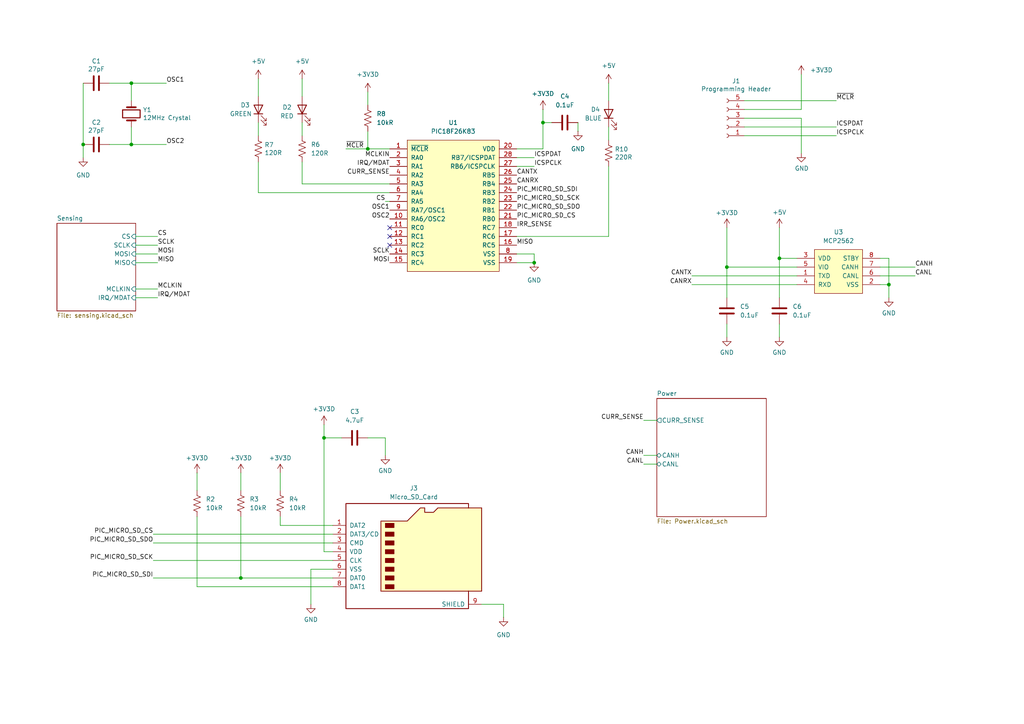
<source format=kicad_sch>
(kicad_sch (version 20231120) (generator "eeschema") (generator_version "8.0")
  (paper "A4")
  (lib_symbols
    (symbol "+5V_3" (power) (pin_numbers hide) (pin_names (offset 0) hide)
      (property "Value" "+5V" (at 0 3.556 0))
      (symbol "+5V_3_0_1"
        (polyline (pts (xy -0.762 1.27) (xy 0 2.54)))
        (polyline (pts (xy 0 0) (xy 0 2.54)))
        (polyline (pts (xy 0 2.54) (xy 0.762 1.27)))
      )
      (symbol "+5V_3_1_1"
        (pin power_in line (at 0 0 90) (length 0) (name "~") (number "1"))
      )
    )
    (symbol "+5V_4" (power) (pin_numbers hide) (pin_names (offset 0) hide)
      (property "Value" "+5V" (at 0 3.556 0))
      (symbol "+5V_4_0_1"
        (polyline (pts (xy -0.762 1.27) (xy 0 2.54)))
        (polyline (pts (xy 0 0) (xy 0 2.54)))
        (polyline (pts (xy 0 2.54) (xy 0.762 1.27)))
      )
      (symbol "+5V_4_1_1"
        (pin power_in line (at 0 0 90) (length 0) (name "~") (number "1"))
      )
    )
    (symbol "+5V_5" (power) (pin_numbers hide) (pin_names (offset 0) hide)
      (property "Value" "+5V" (at 0 3.556 0))
      (symbol "+5V_5_0_1"
        (polyline (pts (xy -0.762 1.27) (xy 0 2.54)))
        (polyline (pts (xy 0 0) (xy 0 2.54)))
        (polyline (pts (xy 0 2.54) (xy 0.762 1.27)))
      )
      (symbol "+5V_5_1_1"
        (pin power_in line (at 0 0 90) (length 0) (name "~") (number "1"))
      )
    )
    (symbol "Connector:Conn_01x05_Female" (pin_names (offset 1.016) hide)
      (property "Reference" "J" (at 0 7.62 0))
      (property "Value" "Conn_01x05_Female" (at 0 -7.62 0))
      (symbol "Conn_01x05_Female_1_1"
        (arc (start 0 -4.572) (mid -0.5058 -5.08) (end 0 -5.588) (stroke (width 0.1524)))
        (arc (start 0 -2.032) (mid -0.5058 -2.54) (end 0 -3.048) (stroke (width 0.1524)))
        (polyline (pts (xy -1.27 -5.08) (xy -0.508 -5.08)) (stroke (width 0.1524)))
        (polyline (pts (xy -1.27 -2.54) (xy -0.508 -2.54)) (stroke (width 0.1524)))
        (polyline (pts (xy -1.27 0) (xy -0.508 0)) (stroke (width 0.1524)))
        (polyline (pts (xy -1.27 2.54) (xy -0.508 2.54)) (stroke (width 0.1524)))
        (polyline (pts (xy -1.27 5.08) (xy -0.508 5.08)) (stroke (width 0.1524)))
        (arc (start 0 0.508) (mid -0.5058 0) (end 0 -0.508) (stroke (width 0.1524)))
        (arc (start 0 3.048) (mid -0.5058 2.54) (end 0 2.032) (stroke (width 0.1524)))
        (arc (start 0 5.588) (mid -0.5058 5.08) (end 0 4.572) (stroke (width 0.1524)))
        (pin passive line (at -5.08 5.08 0) (length 3.81) (name "Pin_1") (number "1"))
        (pin passive line (at -5.08 2.54 0) (length 3.81) (name "Pin_2") (number "2"))
        (pin passive line (at -5.08 0 0) (length 3.81) (name "Pin_3") (number "3"))
        (pin passive line (at -5.08 -2.54 0) (length 3.81) (name "Pin_4") (number "4"))
        (pin passive line (at -5.08 -5.08 0) (length 3.81) (name "Pin_5") (number "5"))
      )
    )
    (symbol "Connector:Micro_SD_Card" (pin_names (offset 1.016))
      (property "Reference" "J" (at -16.51 15.24 0))
      (property "Value" "Micro_SD_Card" (at 16.51 15.24 0))
      (symbol "Micro_SD_Card_0_1"
        (rectangle (start -7.62 -9.525) (end -5.08 -10.795) (fill (type outline)))
        (rectangle (start -7.62 -6.985) (end -5.08 -8.255) (fill (type outline)))
        (rectangle (start -7.62 -4.445) (end -5.08 -5.715) (fill (type outline)))
        (rectangle (start -7.62 -1.905) (end -5.08 -3.175) (fill (type outline)))
        (rectangle (start -7.62 0.635) (end -5.08 -0.635) (fill (type outline)))
        (rectangle (start -7.62 3.175) (end -5.08 1.905) (fill (type outline)))
        (rectangle (start -7.62 5.715) (end -5.08 4.445) (fill (type outline)))
        (rectangle (start -7.62 8.255) (end -5.08 6.985) (fill (type outline)))
        (polyline (pts (xy 16.51 12.7) (xy 16.51 13.97) (xy -19.05 13.97) (xy -19.05 -16.51) (xy 16.51 -16.51) (xy 16.51 -11.43)) (stroke (width 0.254)))
        (polyline (pts (xy -8.89 -11.43) (xy -8.89 8.89) (xy -1.27 8.89) (xy 2.54 12.7) (xy 3.81 12.7) (xy 3.81 11.43) (xy 6.35 11.43) (xy 7.62 12.7) (xy 20.32 12.7) (xy 20.32 -11.43) (xy -8.89 -11.43)) (stroke (width 0.254)) (fill (type background)))
      )
      (symbol "Micro_SD_Card_1_1"
        (pin bidirectional line (at -22.86 7.62 0) (length 3.81) (name "DAT2") (number "1"))
        (pin bidirectional line (at -22.86 5.08 0) (length 3.81) (name "DAT3/CD") (number "2"))
        (pin input line (at -22.86 2.54 0) (length 3.81) (name "CMD") (number "3"))
        (pin power_in line (at -22.86 0 0) (length 3.81) (name "VDD") (number "4"))
        (pin input line (at -22.86 -2.54 0) (length 3.81) (name "CLK") (number "5"))
        (pin power_in line (at -22.86 -5.08 0) (length 3.81) (name "VSS") (number "6"))
        (pin bidirectional line (at -22.86 -7.62 0) (length 3.81) (name "DAT0") (number "7"))
        (pin bidirectional line (at -22.86 -10.16 0) (length 3.81) (name "DAT1") (number "8"))
        (pin passive line (at 20.32 -15.24 180) (length 3.81) (name "SHIELD") (number "9"))
      )
    )
    (symbol "Device:C" (pin_numbers hide) (pin_names (offset 0.254))
      (property "Reference" "C" (at 0.635 2.54 0))
      (property "Value" "C" (at 0.635 -2.54 0))
      (symbol "C_0_1"
        (polyline (pts (xy -2.032 -0.762) (xy 2.032 -0.762)) (stroke (width 0.508)))
        (polyline (pts (xy -2.032 0.762) (xy 2.032 0.762)) (stroke (width 0.508)))
      )
      (symbol "C_1_1"
        (pin passive line (at 0 3.81 270) (length 2.794) (name "~") (number "1"))
        (pin passive line (at 0 -3.81 90) (length 2.794) (name "~") (number "2"))
      )
    )
    (symbol "Device:Crystal" (pin_numbers hide) (pin_names (offset 1.016) hide)
      (property "Reference" "Y" (at 0 3.81 0))
      (property "Value" "Crystal" (at 0 -3.81 0))
      (symbol "Crystal_0_1"
        (rectangle (start -1.143 2.54) (end 1.143 -2.54) (stroke (width 0.3048)))
        (polyline (pts (xy -2.54 0) (xy -1.905 0)))
        (polyline (pts (xy -1.905 -1.27) (xy -1.905 1.27)) (stroke (width 0.508)))
        (polyline (pts (xy 1.905 -1.27) (xy 1.905 1.27)) (stroke (width 0.508)))
        (polyline (pts (xy 2.54 0) (xy 1.905 0)))
      )
      (symbol "Crystal_1_1"
        (pin passive line (at -3.81 0 0) (length 1.27) (name "1") (number "1"))
        (pin passive line (at 3.81 0 180) (length 1.27) (name "2") (number "2"))
      )
    )
    (symbol "Device:LED" (pin_numbers hide) (pin_names (offset 1.016) hide)
      (property "Reference" "D" (at 0 2.54 0))
      (property "Value" "LED" (at 0 -2.54 0))
      (symbol "LED_0_1"
        (polyline (pts (xy -1.27 -1.27) (xy -1.27 1.27)) (stroke (width 0.254)))
        (polyline (pts (xy -1.27 0) (xy 1.27 0)))
        (polyline (pts (xy 1.27 -1.27) (xy 1.27 1.27) (xy -1.27 0) (xy 1.27 -1.27)) (stroke (width 0.254)))
        (polyline (pts (xy -3.048 -0.762) (xy -4.572 -2.286) (xy -3.81 -2.286) (xy -4.572 -2.286) (xy -4.572 -1.524)))
        (polyline (pts (xy -1.778 -0.762) (xy -3.302 -2.286) (xy -2.54 -2.286) (xy -3.302 -2.286) (xy -3.302 -1.524)))
      )
      (symbol "LED_1_1"
        (pin passive line (at -3.81 0 0) (length 2.54) (name "K") (number "1"))
        (pin passive line (at 3.81 0 180) (length 2.54) (name "A") (number "2"))
      )
    )
    (symbol "Device:R_US" (pin_numbers hide) (pin_names (offset 0))
      (property "Reference" "R" (at 2.54 0 90))
      (property "Value" "R_US" (at -2.54 0 90))
      (symbol "R_US_0_1"
        (polyline (pts (xy 0 -2.286) (xy 0 -2.54)))
        (polyline (pts (xy 0 2.286) (xy 0 2.54)))
        (polyline (pts (xy 0 -0.762) (xy 1.016 -1.143) (xy 0 -1.524) (xy -1.016 -1.905) (xy 0 -2.286)))
        (polyline (pts (xy 0 0.762) (xy 1.016 0.381) (xy 0 0) (xy -1.016 -0.381) (xy 0 -0.762)))
        (polyline (pts (xy 0 2.286) (xy 1.016 1.905) (xy 0 1.524) (xy -1.016 1.143) (xy 0 0.762)))
      )
      (symbol "R_US_1_1"
        (pin passive line (at 0 3.81 270) (length 1.27) (name "~") (number "1"))
        (pin passive line (at 0 -3.81 90) (length 1.27) (name "~") (number "2"))
      )
    )
    (symbol "GND_1" (power) (pin_numbers hide) (pin_names (offset 0) hide)
      (property "Value" "GND" (at 0 -3.81 0))
      (symbol "GND_1_0_1"
        (polyline (pts (xy 0 0) (xy 0 -1.27) (xy 1.27 -1.27) (xy 0 -2.54) (xy -1.27 -1.27) (xy 0 -1.27)))
      )
      (symbol "GND_1_1_1"
        (pin power_in line (at 0 0 270) (length 0) (name "~") (number "1"))
      )
    )
    (symbol "GND_2" (power) (pin_numbers hide) (pin_names (offset 0) hide)
      (property "Value" "GND" (at 0 -3.81 0))
      (symbol "GND_2_0_1"
        (polyline (pts (xy 0 0) (xy 0 -1.27) (xy 1.27 -1.27) (xy 0 -2.54) (xy -1.27 -1.27) (xy 0 -1.27)))
      )
      (symbol "GND_2_1_1"
        (pin power_in line (at 0 0 270) (length 0) (name "~") (number "1"))
      )
    )
    (symbol "GND_3" (power) (pin_numbers hide) (pin_names (offset 0) hide)
      (property "Value" "GND" (at 0 -3.81 0))
      (symbol "GND_3_0_1"
        (polyline (pts (xy 0 0) (xy 0 -1.27) (xy 1.27 -1.27) (xy 0 -2.54) (xy -1.27 -1.27) (xy 0 -1.27)))
      )
      (symbol "GND_3_1_1"
        (pin power_in line (at 0 0 270) (length 0) (name "~") (number "1"))
      )
    )
    (symbol "GND_4" (power) (pin_numbers hide) (pin_names (offset 0) hide)
      (property "Value" "GND" (at 0 -3.81 0))
      (symbol "GND_4_0_1"
        (polyline (pts (xy 0 0) (xy 0 -1.27) (xy 1.27 -1.27) (xy 0 -2.54) (xy -1.27 -1.27) (xy 0 -1.27)))
      )
      (symbol "GND_4_1_1"
        (pin power_in line (at 0 0 270) (length 0) (name "~") (number "1"))
      )
    )
    (symbol "canhw:MCP2562" (pin_names (offset 1.016))
      (property "Reference" "U" (at 5.08 3.81 0))
      (property "Value" "MCP2562" (at -3.81 3.81 0))
      (symbol "MCP2562_0_1"
        (rectangle (start -7.62 2.54) (end 6.35 -10.16) (fill (type background)))
      )
      (symbol "MCP2562_1_1"
        (pin bidirectional line (at -12.7 -5.08 0) (length 5.08) (name "TXD") (number "1"))
        (pin power_in line (at 11.43 -7.62 180) (length 5.08) (name "VSS") (number "2"))
        (pin power_in line (at -12.7 0 0) (length 5.08) (name "VDD") (number "3"))
        (pin bidirectional line (at -12.7 -7.62 0) (length 5.08) (name "RXD") (number "4"))
        (pin bidirectional line (at -12.7 -2.54 0) (length 5.08) (name "VIO") (number "5"))
        (pin bidirectional line (at 11.43 -5.08 180) (length 5.08) (name "CANL") (number "6"))
        (pin bidirectional line (at 11.43 -2.54 180) (length 5.08) (name "CANH") (number "7"))
        (pin bidirectional line (at 11.43 0 180) (length 5.08) (name "STBY") (number "8"))
      )
    )
    (symbol "canhw:PIC18F26K83" (pin_names (offset 1.016))
      (property "Reference" "U" (at 11.43 20.32 0))
      (property "Value" "PIC18F26K83" (at -7.62 20.32 0))
      (symbol "PIC18F26K83_0_1"
        (rectangle (start -13.97 19.05) (end 12.7 -19.05) (fill (type background)))
      )
      (symbol "PIC18F26K83_1_1"
        (pin input line (at -19.05 16.51 0) (length 5.08) (name "~{MCLR}") (number "1"))
        (pin bidirectional line (at -19.05 -3.81 0) (length 5.08) (name "RA6/OSC2") (number "10"))
        (pin bidirectional line (at -19.05 -6.35 0) (length 5.08) (name "RC0") (number "11"))
        (pin bidirectional line (at -19.05 -8.89 0) (length 5.08) (name "RC1") (number "12"))
        (pin bidirectional line (at -19.05 -11.43 0) (length 5.08) (name "RC2") (number "13"))
        (pin bidirectional line (at -19.05 -13.97 0) (length 5.08) (name "RC3") (number "14"))
        (pin bidirectional line (at -19.05 -16.51 0) (length 5.08) (name "RC4") (number "15"))
        (pin bidirectional line (at 17.78 -11.43 180) (length 5.08) (name "RC5") (number "16"))
        (pin bidirectional line (at 17.78 -8.89 180) (length 5.08) (name "RC6") (number "17"))
        (pin bidirectional line (at 17.78 -6.35 180) (length 5.08) (name "RC7") (number "18"))
        (pin power_in line (at 17.78 -16.51 180) (length 5.08) (name "VSS") (number "19"))
        (pin bidirectional line (at -19.05 13.97 0) (length 5.08) (name "RA0") (number "2"))
        (pin power_in line (at 17.78 16.51 180) (length 5.08) (name "VDD") (number "20"))
        (pin bidirectional line (at 17.78 -3.81 180) (length 5.08) (name "RB0") (number "21"))
        (pin bidirectional line (at 17.78 -1.27 180) (length 5.08) (name "RB1") (number "22"))
        (pin bidirectional line (at 17.78 1.27 180) (length 5.08) (name "RB2") (number "23"))
        (pin bidirectional line (at 17.78 3.81 180) (length 5.08) (name "RB3") (number "24"))
        (pin bidirectional line (at 17.78 6.35 180) (length 5.08) (name "RB4") (number "25"))
        (pin bidirectional line (at 17.78 8.89 180) (length 5.08) (name "RB5") (number "26"))
        (pin bidirectional line (at 17.78 11.43 180) (length 5.08) (name "RB6/ICSPCLK") (number "27"))
        (pin bidirectional line (at 17.78 13.97 180) (length 5.08) (name "RB7/ICSPDAT") (number "28"))
        (pin bidirectional line (at -19.05 11.43 0) (length 5.08) (name "RA1") (number "3"))
        (pin bidirectional line (at -19.05 8.89 0) (length 5.08) (name "RA2") (number "4"))
        (pin bidirectional line (at -19.05 6.35 0) (length 5.08) (name "RA3") (number "5"))
        (pin bidirectional line (at -19.05 3.81 0) (length 5.08) (name "RA4") (number "6"))
        (pin bidirectional line (at -19.05 1.27 0) (length 5.08) (name "RA5") (number "7"))
        (pin power_in line (at 17.78 -13.97 180) (length 5.08) (name "VSS") (number "8"))
        (pin bidirectional line (at -19.05 -1.27 0) (length 5.08) (name "RA7/OSC1") (number "9"))
      )
    )
    (symbol "power:+3.3V" (power) (pin_names (offset 0))
      (property "Value" "+3.3V" (at 0 3.556 0))
      (symbol "+3.3V_0_1"
        (polyline (pts (xy -0.762 1.27) (xy 0 2.54)))
        (polyline (pts (xy 0 0) (xy 0 2.54)))
        (polyline (pts (xy 0 2.54) (xy 0.762 1.27)))
      )
      (symbol "+3.3V_1_1"
        (pin power_in line (at 0 0 90) (length 0) hide (name "+3.3V") (number "1"))
      )
    )
    (symbol "power:+3V3" (power) (pin_numbers hide) (pin_names (offset 0) hide)
      (property "Value" "+3V3" (at 0 3.556 0))
      (symbol "+3V3_0_1"
        (polyline (pts (xy -0.762 1.27) (xy 0 2.54)))
        (polyline (pts (xy 0 0) (xy 0 2.54)))
        (polyline (pts (xy 0 2.54) (xy 0.762 1.27)))
      )
      (symbol "+3V3_1_1"
        (pin power_in line (at 0 0 90) (length 0) (name "~") (number "1"))
      )
    )
    (symbol "power:+5V" (power) (pin_names (offset 0))
      (property "Value" "+5V" (at 0 3.556 0))
      (symbol "+5V_0_1"
        (polyline (pts (xy -0.762 1.27) (xy 0 2.54)))
        (polyline (pts (xy 0 0) (xy 0 2.54)))
        (polyline (pts (xy 0 2.54) (xy 0.762 1.27)))
      )
      (symbol "+5V_1_1"
        (pin power_in line (at 0 0 90) (length 0) hide (name "+5V") (number "1"))
      )
    )
    (symbol "power:GND" (power) (pin_names (offset 0))
      (property "Value" "GND" (at 0 -3.81 0))
      (symbol "GND_0_1"
        (polyline (pts (xy 0 0) (xy 0 -1.27) (xy 1.27 -1.27) (xy 0 -2.54) (xy -1.27 -1.27) (xy 0 -1.27)))
      )
      (symbol "GND_1_1"
        (pin power_in line (at 0 0 270) (length 0) hide (name "GND") (number "1"))
      )
    )
  )
  (junction (at 210.82 77.47))
  (junction (at 106.68 43.18))
  (junction (at 154.94 76.2))
  (junction (at 24.13 41.91))
  (junction (at 93.98 127))
  (junction (at 157.48 35.56))
  (junction (at 226.06 74.93))
  (junction (at 38.1 41.91))
  (junction (at 257.81 82.55))
  (junction (at 69.85 167.64))
  (junction (at 38.1 24.13))
  (no_connect (at 113.03 68.58))
  (no_connect (at 113.03 71.12))
  (no_connect (at 113.03 66.04))
  (wire (pts (xy 226.06 86.36) (xy 226.06 74.93)))
  (wire (pts (xy 111.76 127) (xy 111.76 132.08)))
  (wire (pts (xy 255.27 82.55) (xy 257.81 82.55)))
  (wire (pts (xy 149.86 43.18) (xy 157.48 43.18)))
  (wire (pts (xy 74.93 22.86) (xy 74.93 27.94)))
  (wire (pts (xy 81.28 137.16) (xy 81.28 142.24)))
  (wire (pts (xy 90.17 165.1) (xy 90.17 175.26)))
  (wire (pts (xy 38.1 36.83) (xy 38.1 41.91)))
  (wire (pts (xy 149.86 45.72) (xy 154.94 45.72)))
  (wire (pts (xy 87.63 22.86) (xy 87.63 27.94)))
  (wire (pts (xy 186.69 132.08) (xy 190.5 132.08)))
  (wire (pts (xy 106.68 43.18) (xy 113.03 43.18)))
  (wire (pts (xy 87.63 35.56) (xy 87.63 39.37)))
  (wire (pts (xy 176.53 36.83) (xy 176.53 40.64)))
  (wire (pts (xy 100.33 43.18) (xy 106.68 43.18)))
  (wire (pts (xy 93.98 127) (xy 93.98 160.02)))
  (wire (pts (xy 255.27 77.47) (xy 265.43 77.47)))
  (wire (pts (xy 215.9 36.83) (xy 242.57 36.83)))
  (wire (pts (xy 93.98 123.19) (xy 93.98 127)))
  (wire (pts (xy 215.9 34.29) (xy 232.41 34.29)))
  (wire (pts (xy 255.27 80.01) (xy 265.43 80.01)))
  (wire (pts (xy 186.69 134.62) (xy 190.5 134.62)))
  (wire (pts (xy 226.06 66.04) (xy 226.06 74.93)))
  (wire (pts (xy 157.48 35.56) (xy 157.48 31.75)))
  (wire (pts (xy 200.66 80.01) (xy 231.14 80.01)))
  (wire (pts (xy 39.37 83.82) (xy 45.72 83.82)))
  (wire (pts (xy 69.85 137.16) (xy 69.85 142.24)))
  (wire (pts (xy 96.52 170.18) (xy 57.15 170.18)))
  (wire (pts (xy 157.48 35.56) (xy 157.48 43.18)))
  (wire (pts (xy 87.63 53.34) (xy 113.03 53.34)))
  (wire (pts (xy 176.53 24.13) (xy 176.53 29.21)))
  (wire (pts (xy 149.86 48.26) (xy 154.94 48.26)))
  (wire (pts (xy 255.27 74.93) (xy 257.81 74.93)))
  (wire (pts (xy 39.37 73.66) (xy 45.72 73.66)))
  (wire (pts (xy 99.06 127) (xy 93.98 127)))
  (wire (pts (xy 215.9 31.75) (xy 232.41 31.75)))
  (wire (pts (xy 167.64 35.56) (xy 167.64 38.1)))
  (wire (pts (xy 106.68 26.67) (xy 106.68 30.48)))
  (wire (pts (xy 149.86 68.58) (xy 176.53 68.58)))
  (wire (pts (xy 232.41 34.29) (xy 232.41 44.45)))
  (wire (pts (xy 24.13 24.13) (xy 24.13 41.91)))
  (wire (pts (xy 69.85 167.64) (xy 44.45 167.64)))
  (wire (pts (xy 176.53 48.26) (xy 176.53 68.58)))
  (wire (pts (xy 81.28 152.4) (xy 81.28 149.86)))
  (wire (pts (xy 39.37 86.36) (xy 45.72 86.36)))
  (wire (pts (xy 74.93 39.37) (xy 74.93 35.56)))
  (wire (pts (xy 149.86 76.2) (xy 154.94 76.2)))
  (wire (pts (xy 39.37 68.58) (xy 45.72 68.58)))
  (wire (pts (xy 38.1 24.13) (xy 38.1 29.21)))
  (wire (pts (xy 226.06 93.98) (xy 226.06 97.79)))
  (wire (pts (xy 31.75 24.13) (xy 38.1 24.13)))
  (wire (pts (xy 38.1 41.91) (xy 48.26 41.91)))
  (wire (pts (xy 74.93 55.88) (xy 113.03 55.88)))
  (wire (pts (xy 96.52 165.1) (xy 90.17 165.1)))
  (wire (pts (xy 231.14 77.47) (xy 210.82 77.47)))
  (wire (pts (xy 139.7 175.26) (xy 146.05 175.26)))
  (wire (pts (xy 87.63 46.99) (xy 87.63 53.34)))
  (wire (pts (xy 215.9 39.37) (xy 242.57 39.37)))
  (wire (pts (xy 57.15 137.16) (xy 57.15 142.24)))
  (wire (pts (xy 215.9 29.21) (xy 242.57 29.21)))
  (wire (pts (xy 69.85 149.86) (xy 69.85 167.64)))
  (wire (pts (xy 74.93 46.99) (xy 74.93 55.88)))
  (wire (pts (xy 232.41 21.59) (xy 232.41 31.75)))
  (wire (pts (xy 257.81 82.55) (xy 257.81 86.36)))
  (wire (pts (xy 210.82 93.98) (xy 210.82 97.79)))
  (wire (pts (xy 39.37 71.12) (xy 45.72 71.12)))
  (wire (pts (xy 24.13 41.91) (xy 24.13 45.72)))
  (wire (pts (xy 160.02 35.56) (xy 157.48 35.56)))
  (wire (pts (xy 154.94 73.66) (xy 154.94 76.2)))
  (wire (pts (xy 200.66 82.55) (xy 231.14 82.55)))
  (wire (pts (xy 96.52 160.02) (xy 93.98 160.02)))
  (wire (pts (xy 31.75 41.91) (xy 38.1 41.91)))
  (wire (pts (xy 44.45 157.48) (xy 96.52 157.48)))
  (wire (pts (xy 96.52 152.4) (xy 81.28 152.4)))
  (wire (pts (xy 44.45 162.56) (xy 96.52 162.56)))
  (wire (pts (xy 186.69 121.92) (xy 190.5 121.92)))
  (wire (pts (xy 210.82 77.47) (xy 210.82 86.36)))
  (wire (pts (xy 226.06 74.93) (xy 231.14 74.93)))
  (wire (pts (xy 106.68 127) (xy 111.76 127)))
  (wire (pts (xy 149.86 73.66) (xy 154.94 73.66)))
  (wire (pts (xy 44.45 154.94) (xy 96.52 154.94)))
  (wire (pts (xy 146.05 175.26) (xy 146.05 179.07)))
  (wire (pts (xy 96.52 167.64) (xy 69.85 167.64)))
  (wire (pts (xy 39.37 76.2) (xy 45.72 76.2)))
  (wire (pts (xy 111.76 58.42) (xy 113.03 58.42)))
  (wire (pts (xy 210.82 66.04) (xy 210.82 77.47)))
  (wire (pts (xy 57.15 170.18) (xy 57.15 149.86)))
  (wire (pts (xy 106.68 38.1) (xy 106.68 43.18)))
  (wire (pts (xy 38.1 24.13) (xy 48.26 24.13)))
  (wire (pts (xy 257.81 74.93) (xy 257.81 82.55)))
  (label "CANH" (at 265.43 77.47 0))
  (label "IRR_SENSE" (at 149.86 66.04 0))
  (label "PIC_MICRO_SD_SDO" (at 44.45 157.48 180))
  (label "OSC2" (at 48.26 41.91 0))
  (label "MISO" (at 149.86 71.12 0))
  (label "SCLK" (at 45.72 71.12 0))
  (label "CS" (at 45.72 68.58 0))
  (label "CANTX" (at 149.86 50.8 0))
  (label "MOSI" (at 113.03 76.2 180))
  (label "CS" (at 111.76 58.42 180))
  (label "MISO" (at 45.72 76.2 0))
  (label "PIC_MICRO_SD_SCK" (at 149.86 58.42 0))
  (label "~{MCLR}" (at 242.57 29.21 0))
  (label "ICSPCLK" (at 154.94 48.26 0))
  (label "MOSI" (at 45.72 73.66 0))
  (label "CANRX" (at 149.86 53.34 0))
  (label "ICSPDAT" (at 242.57 36.83 0))
  (label "CANRX" (at 200.66 82.55 180))
  (label "CURR_SENSE" (at 186.69 121.92 180))
  (label "PIC_MICRO_SD_SDO" (at 149.86 60.96 0))
  (label "PIC_MICRO_SD_CS" (at 44.45 154.94 180))
  (label "OSC1" (at 113.03 60.96 180))
  (label "CANL" (at 186.69 134.62 180))
  (label "PIC_MICRO_SD_SDI" (at 149.86 55.88 0))
  (label "PIC_MICRO_SD_SDI" (at 44.45 167.64 180))
  (label "PIC_MICRO_SD_CS" (at 149.86 63.5 0))
  (label "CANTX" (at 200.66 80.01 180))
  (label "MCLKIN" (at 113.03 45.72 180))
  (label "CANH" (at 186.69 132.08 180))
  (label "MCLKIN" (at 45.72 83.82 0))
  (label "CURR_SENSE" (at 113.03 50.8 180))
  (label "~{MCLR}" (at 100.33 43.18 0))
  (label "CANL" (at 265.43 80.01 0))
  (label "ICSPCLK" (at 242.57 39.37 0))
  (label "SCLK" (at 113.03 73.66 180))
  (label "ICSPDAT" (at 154.94 45.72 0))
  (label "IRQ{slash}MDAT" (at 113.03 48.26 180))
  (label "OSC2" (at 113.03 63.5 180))
  (label "IRQ{slash}MDAT" (at 45.72 86.36 0))
  (label "OSC1" (at 48.26 24.13 0))
  (label "PIC_MICRO_SD_SCK" (at 44.45 162.56 180))
  (symbol (lib_id "Device:C") (at 210.82 90.17 180) (unit 1)
    (property "Reference" "C5" (at 214.63 88.8999 0) (effects (justify right)))
    (property "Value" "0.1uF" (at 214.63 91.4399 0) (effects (justify right)))
    (property "Footprint" "Capacitor_SMD:C_0805_2012Metric_Pad1.18x1.45mm_HandSolder" (effects (hide yes)))
    (property "DigiKey" "311-1858-1-ND" (effects (hide yes)))
  )
  (symbol (lib_name "GND_4") (lib_id "power:GND") (at 24.13 45.72 0) (unit 1)
    (property "Reference" "#PWR034" (effects (hide yes)))
    (property "Value" "GND" (at 24.13 50.8 0))
    (property "Description" "Power symbol creates a global label with name \"GND\" , ground" (effects (hide yes)))
  )
  (symbol (lib_id "power:GND") (at 210.82 97.79 0) (unit 1)
    (property "Reference" "#PWR016" (effects (hide yes)))
    (property "Value" "GND" (at 210.82 102.235 0))
  )
  (symbol (lib_id "power:+3V3") (at 57.15 137.16 0) (unit 1)
    (property "Reference" "#PWR5" (effects (hide yes)))
    (property "Value" "+3V3D" (at 53.848 132.842 0) (effects (justify left)))
    (property "Description" "Power symbol creates a global label with name \"+3V3\"" (effects (hide yes)))
  )
  (symbol (lib_id "Device:Crystal") (at 38.1 33.02 270) (unit 1)
    (property "Reference" "Y1" (at 41.4274 31.8516 90) (effects (justify left)))
    (property "Value" "12MHz Crystal" (at 41.4274 34.163 90) (effects (justify left)))
    (property "Footprint" "Crystal:Crystal_HC49-4H_Vertical" (effects (hide yes)))
    (property "DigiKey" "535-9869-1-ND" (effects (hide yes)))
  )
  (symbol (lib_id "canhw:PIC18F26K83") (at 132.08 59.69 0) (unit 1)
    (property "Reference" "U1" (at 131.445 35.56 0))
    (property "Value" "PIC18F26K83" (at 131.445 38.1 0))
    (property "Footprint" "Package_SO:SOIC-28W_7.5x18.7mm_P1.27mm" (effects (hide yes)))
    (property "Datasheet" "http://ww1.microchip.com/downloads/en/DeviceDoc/40001943A.pdf" (effects (hide yes)))
    (property "DigiKey" "PIC18LF26K83T-I/SOCT-ND" (effects (hide yes)))
  )
  (symbol (lib_id "Device:C") (at 163.83 35.56 90) (unit 1)
    (property "Reference" "C4" (at 163.83 27.94 90))
    (property "Value" "0.1uF" (at 163.83 30.48 90))
    (property "Footprint" "Capacitor_SMD:C_0805_2012Metric_Pad1.18x1.45mm_HandSolder" (effects (hide yes)))
    (property "Description" "Unpolarized capacitor" (effects (hide yes)))
  )
  (symbol (lib_name "+5V_3") (lib_id "power:+5V") (at 87.63 22.86 0) (unit 1)
    (property "Reference" "#PWR06" (effects (hide yes)))
    (property "Value" "+5V" (at 87.63 17.78 0))
    (property "Description" "Power symbol creates a global label with name \"+5V\"" (effects (hide yes)))
  )
  (symbol (lib_id "Connector:Micro_SD_Card") (at 119.38 160.02 0) (unit 1)
    (property "Reference" "J3" (at 120.015 141.605 0))
    (property "Value" "Micro_SD_Card" (at 120.015 144.145 0))
    (property "Footprint" "canhw:microSD_Molex_WM6698CT-ND" (effects (hide yes)))
    (property "Datasheet" "http://katalog.we-online.de/em/datasheet/693072010801.pdf" (effects (hide yes)))
    (property "DigiKey" "WM6698CT-ND" (effects (hide yes)))
  )
  (symbol (lib_id "Device:R_US") (at 176.53 44.45 0) (unit 1)
    (property "Reference" "R10" (at 178.308 43.2816 0) (effects (justify left)))
    (property "Value" "220R" (at 178.308 45.593 0) (effects (justify left)))
    (property "Footprint" "Resistor_SMD:R_0805_2012Metric_Pad1.20x1.40mm_HandSolder" (effects (hide yes)))
    (property "DigiKey" "738-RMCF0805FT160RCT-ND" (effects (hide yes)))
  )
  (symbol (lib_id "power:GND") (at 257.81 86.36 0) (unit 1)
    (property "Reference" "#PWR019" (effects (hide yes)))
    (property "Value" "GND" (at 257.81 90.805 0))
  )
  (symbol (lib_id "power:+3V3") (at 69.85 137.16 0) (unit 1)
    (property "Reference" "#PWR11" (effects (hide yes)))
    (property "Value" "+3V3D" (at 66.548 132.842 0) (effects (justify left)))
    (property "Description" "Power symbol creates a global label with name \"+3V3\"" (effects (hide yes)))
  )
  (symbol (lib_name "GND_2") (lib_id "power:GND") (at 167.64 38.1 0) (unit 1)
    (property "Reference" "#PWR030" (effects (hide yes)))
    (property "Value" "GND" (at 167.64 43.18 0))
    (property "Description" "Power symbol creates a global label with name \"GND\" , ground" (effects (hide yes)))
  )
  (symbol (lib_id "Device:C") (at 226.06 90.17 180) (unit 1)
    (property "Reference" "C6" (at 229.87 88.8999 0) (effects (justify right)))
    (property "Value" "0.1uF" (at 229.87 91.4399 0) (effects (justify right)))
    (property "Footprint" "Capacitor_SMD:C_0805_2012Metric_Pad1.18x1.45mm_HandSolder" (effects (hide yes)))
    (property "DigiKey" "311-1858-1-ND" (effects (hide yes)))
  )
  (symbol (lib_id "Connector:Conn_01x05_Female") (at 210.82 34.29 180) (unit 1)
    (property "Reference" "J1" (at 213.5124 23.495 0))
    (property "Value" "Programming Header" (at 213.5124 25.8064 0))
    (property "Footprint" "canhw:PinSocket_5x2.54_SMD_90deg_952-3198-1-ND" (effects (hide yes)))
    (property "DigiKey" "2073-BG300-05-A-L-ACT-ND" (effects (hide yes)))
  )
  (symbol (lib_name "GND_1") (lib_id "power:GND") (at 154.94 76.2 0) (unit 1)
    (property "Reference" "#PWR028" (effects (hide yes)))
    (property "Value" "GND" (at 154.94 81.28 0))
    (property "Description" "Power symbol creates a global label with name \"GND\" , ground" (effects (hide yes)))
  )
  (symbol (lib_id "Device:R_US") (at 57.15 146.05 0) (unit 1)
    (property "Reference" "R2" (at 59.69 144.78 0) (effects (justify left)))
    (property "Value" "10kR" (at 59.69 147.32 0) (effects (justify left)))
    (property "Footprint" "Resistor_SMD:R_0805_2012Metric_Pad1.20x1.40mm_HandSolder" (effects (hide yes)))
    (property "DigiKey" "RMCF0805FT10K0CT-ND" (effects (hide yes)))
  )
  (symbol (lib_name "GND_3") (lib_id "power:GND") (at 146.05 179.07 0) (unit 1)
    (property "Reference" "#PWR033" (effects (hide yes)))
    (property "Value" "GND" (at 146.05 184.15 0))
    (property "Description" "Power symbol creates a global label with name \"GND\" , ground" (effects (hide yes)))
  )
  (symbol (lib_id "Device:C") (at 27.94 41.91 270) (unit 1)
    (property "Reference" "C2" (at 27.94 35.5092 90))
    (property "Value" "27pF" (at 27.94 37.8206 90))
    (property "Footprint" "Capacitor_SMD:C_0805_2012Metric_Pad1.18x1.45mm_HandSolder" (effects (hide yes)))
    (property "DigiKey" "1276-2622-1-ND" (effects (hide yes)))
  )
  (symbol (lib_id "power:+3V3") (at 106.68 26.67 0) (unit 1)
    (property "Reference" "#PWR8" (effects (hide yes)))
    (property "Value" "+3V3D" (at 106.68 21.59 0))
    (property "Description" "Power symbol creates a global label with name \"+3V3\"" (effects (hide yes)))
  )
  (symbol (lib_name "+5V_5") (lib_id "power:+5V") (at 176.53 24.13 0) (unit 1)
    (property "Reference" "#PWR023" (effects (hide yes)))
    (property "Value" "+5V" (at 176.53 19.05 0))
    (property "Description" "Power symbol creates a global label with name \"+5V\"" (effects (hide yes)))
  )
  (symbol (lib_id "Device:R_US") (at 106.68 34.29 0) (unit 1)
    (property "Reference" "R8" (at 109.22 33.0199 0) (effects (justify left)))
    (property "Value" "10kR" (at 109.22 35.5599 0) (effects (justify left)))
    (property "Footprint" "Resistor_SMD:R_0805_2012Metric_Pad1.20x1.40mm_HandSolder" (effects (hide yes)))
    (property "Description" "Resistor, US symbol" (effects (hide yes)))
  )
  (symbol (lib_id "power:GND") (at 226.06 97.79 0) (unit 1)
    (property "Reference" "#PWR018" (effects (hide yes)))
    (property "Value" "GND" (at 226.06 102.235 0))
  )
  (symbol (lib_id "power:+5V") (at 210.82 66.04 0) (unit 1)
    (property "Reference" "#PWR013" (effects (hide yes)))
    (property "Value" "+3V3D" (at 207.518 61.722 0) (effects (justify left)))
  )
  (symbol (lib_id "Device:C") (at 102.87 127 270) (unit 1)
    (property "Reference" "C3" (at 102.87 119.38 90))
    (property "Value" "4.7uF" (at 102.87 121.92 90))
    (property "Footprint" "Capacitor_SMD:C_0805_2012Metric_Pad1.18x1.45mm_HandSolder" (effects (hide yes)))
    (property "DigiKey" "1276-1244-1-ND" (effects (hide yes)))
  )
  (symbol (lib_id "Device:R_US") (at 81.28 146.05 0) (unit 1)
    (property "Reference" "R4" (at 83.82 144.78 0) (effects (justify left)))
    (property "Value" "10kR" (at 83.82 147.32 0) (effects (justify left)))
    (property "Footprint" "Resistor_SMD:R_0805_2012Metric_Pad1.20x1.40mm_HandSolder" (effects (hide yes)))
    (property "DigiKey" "RMCF0805FT10K0CT-ND" (effects (hide yes)))
  )
  (symbol (lib_name "+5V_4") (lib_id "power:+5V") (at 74.93 22.86 0) (unit 1)
    (property "Reference" "#PWR07" (effects (hide yes)))
    (property "Value" "+5V" (at 74.93 17.78 0))
    (property "Description" "Power symbol creates a global label with name \"+5V\"" (effects (hide yes)))
  )
  (symbol (lib_id "Device:LED") (at 87.63 31.75 90) (unit 1)
    (property "Reference" "D2" (at 81.915 31.115 90) (effects (justify right)))
    (property "Value" "RED" (at 81.28 33.655 90) (effects (justify right)))
    (property "Footprint" "LED_SMD:LED_1206_3216Metric_Pad1.42x1.75mm_HandSolder" (effects (hide yes)))
    (property "DigiKey" "160-1457-1-ND" (effects (hide yes)))
  )
  (symbol (lib_id "power:GND") (at 111.76 132.08 0) (unit 1)
    (property "Reference" "#PWR024" (effects (hide yes)))
    (property "Value" "GND" (at 111.76 136.525 0))
  )
  (symbol (lib_id "power:+3V3") (at 81.28 137.16 0) (unit 1)
    (property "Reference" "#PWR12" (effects (hide yes)))
    (property "Value" "+3V3D" (at 77.978 132.842 0) (effects (justify left)))
    (property "Description" "Power symbol creates a global label with name \"+3V3\"" (effects (hide yes)))
  )
  (symbol (lib_id "power:+3V3") (at 157.48 31.75 0) (unit 1)
    (property "Reference" "#PWR31" (effects (hide yes)))
    (property "Value" "+3V3D" (at 154.178 27.178 0) (effects (justify left)))
    (property "Description" "Power symbol creates a global label with name \"+3V3\"" (effects (hide yes)))
  )
  (symbol (lib_id "Device:R_US") (at 87.63 43.18 0) (unit 1)
    (property "Reference" "R6" (at 90.17 41.9099 0) (effects (justify left)))
    (property "Value" "120R" (at 90.17 44.4499 0) (effects (justify left)))
    (property "Footprint" "Resistor_SMD:R_0805_2012Metric_Pad1.20x1.40mm_HandSolder" (effects (hide yes)))
    (property "DigiKey" "738-RMCF0805FT160RCT-ND" (effects (hide yes)))
  )
  (symbol (lib_id "Device:LED") (at 176.53 33.02 90) (unit 1)
    (property "Reference" "D4" (at 172.72 31.75 90))
    (property "Value" "BLUE" (at 172.085 34.29 90))
    (property "Footprint" "LED_SMD:LED_1206_3216Metric_Pad1.42x1.75mm_HandSolder" (effects (hide yes)))
    (property "DigiKey" "1830-1088-1-ND" (effects (hide yes)))
  )
  (symbol (lib_id "Device:LED") (at 74.93 31.75 90) (unit 1)
    (property "Reference" "D3" (at 71.12 30.48 90))
    (property "Value" "GREEN" (at 69.85 33.02 90))
    (property "Footprint" "LED_SMD:LED_1206_3216Metric_Pad1.42x1.75mm_HandSolder" (effects (hide yes)))
    (property "DigiKey" "160-1188-1-ND" (effects (hide yes)))
  )
  (symbol (lib_id "Device:R_US") (at 69.85 146.05 0) (unit 1)
    (property "Reference" "R3" (at 72.39 144.78 0) (effects (justify left)))
    (property "Value" "10kR" (at 72.39 147.32 0) (effects (justify left)))
    (property "Footprint" "Resistor_SMD:R_0805_2012Metric_Pad1.20x1.40mm_HandSolder" (effects (hide yes)))
    (property "DigiKey" "RMCF0805FT10K0CT-ND" (effects (hide yes)))
  )
  (symbol (lib_id "Device:R_US") (at 74.93 43.18 0) (unit 1)
    (property "Reference" "R7" (at 76.708 42.0116 0) (effects (justify left)))
    (property "Value" "120R" (at 76.708 44.323 0) (effects (justify left)))
    (property "Footprint" "Resistor_SMD:R_0805_2012Metric_Pad1.20x1.40mm_HandSolder" (effects (hide yes)))
    (property "DigiKey" "738-RMCF0805FT160RCT-ND" (effects (hide yes)))
  )
  (symbol (lib_id "power:GND") (at 232.41 44.45 0) (unit 1)
    (property "Reference" "#PWR02" (effects (hide yes)))
    (property "Value" "GND" (at 232.537 48.8442 0))
  )
  (symbol (lib_id "power:+5V") (at 226.06 66.04 0) (unit 1)
    (property "Reference" "#PWR017" (effects (hide yes)))
    (property "Value" "+5V" (at 226.06 61.595 0))
  )
  (symbol (lib_id "power:+3.3V") (at 93.98 123.19 0) (unit 1)
    (property "Reference" "#PWR022" (effects (hide yes)))
    (property "Value" "+3V3D" (at 90.678 118.618 0) (effects (justify left)))
  )
  (symbol (lib_id "power:GND") (at 90.17 175.26 0) (unit 1)
    (property "Reference" "#PWR021" (effects (hide yes)))
    (property "Value" "GND" (at 90.17 179.705 0))
  )
  (symbol (lib_id "canhw:MCP2562") (at 243.84 74.93 0) (unit 1)
    (property "Reference" "U3" (at 243.205 67.31 0))
    (property "Value" "MCP2562" (at 243.205 69.85 0))
    (property "Footprint" "Package_SO:SOIC-8_3.9x4.9mm_P1.27mm" (effects (hide yes)))
    (property "Datasheet" "http://hades.mech.northwestern.edu/images/5/5e/MCP2562.pdf" (effects (hide yes)))
    (property "DigiKey" "MCP2562T-E/SNCT-ND" (effects (hide yes)))
  )
  (symbol (lib_id "power:+3V3") (at 232.41 21.59 0) (unit 1)
    (property "Reference" "#PWR43" (effects (hide yes)))
    (property "Value" "+3V3D" (at 234.95 20.3199 0) (effects (justify left)))
    (property "Description" "Power symbol creates a global label with name \"+3V3\"" (effects (hide yes)))
  )
  (symbol (lib_id "Device:C") (at 27.94 24.13 270) (unit 1)
    (property "Reference" "C1" (at 27.94 17.7292 90))
    (property "Value" "27pF" (at 27.94 20.0406 90))
    (property "Footprint" "Capacitor_SMD:C_0805_2012Metric_Pad1.18x1.45mm_HandSolder" (effects (hide yes)))
    (property "DigiKey" "1276-2622-1-ND" (effects (hide yes)))
  )
  (sheet (at 190.5 115.57) (size 31.75 34.29) (stroke (width 0.1524))
    (property "Sheetname" "Power" (at 190.5 114.8584 0) (effects (justify left bottom)))
    (property "Sheetfile" "Power.kicad_sch" (at 190.5 150.4446 0) (effects (justify left top)))
    (pin "CURR_SENSE" output (at 190.5 121.92 180))
    (pin "CANH" bidirectional (at 190.5 132.08 180))
    (pin "CANL" bidirectional (at 190.5 134.62 180))
  )
  (sheet (at 16.51 64.77) (size 22.86 25.4) (stroke (width 0.1524))
    (property "Sheetname" "Sensing" (at 16.51 64.0584 0) (effects (justify left bottom)))
    (property "Sheetfile" "sensing.kicad_sch" (at 16.51 90.7546 0) (effects (justify left top)))
    (pin "MISO" input (at 39.37 76.2 0))
    (pin "MOSI" input (at 39.37 73.66 0))
    (pin "CS" input (at 39.37 68.58 0))
    (pin "MCLKIN" input (at 39.37 83.82 0))
    (pin "IRQ{slash}MDAT" input (at 39.37 86.36 0))
    (pin "SCLK" input (at 39.37 71.12 0))
  )
)
</source>
